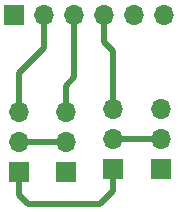
<source format=gbr>
%TF.GenerationSoftware,KiCad,Pcbnew,7.0.2*%
%TF.CreationDate,2024-03-22T08:16:18+01:00*%
%TF.ProjectId,NB_Iot,4e425f49-6f74-42e6-9b69-6361645f7063,rev?*%
%TF.SameCoordinates,Original*%
%TF.FileFunction,Copper,L1,Top*%
%TF.FilePolarity,Positive*%
%FSLAX46Y46*%
G04 Gerber Fmt 4.6, Leading zero omitted, Abs format (unit mm)*
G04 Created by KiCad (PCBNEW 7.0.2) date 2024-03-22 08:16:18*
%MOMM*%
%LPD*%
G01*
G04 APERTURE LIST*
%TA.AperFunction,ComponentPad*%
%ADD10R,1.700000X1.700000*%
%TD*%
%TA.AperFunction,ComponentPad*%
%ADD11O,1.700000X1.700000*%
%TD*%
%TA.AperFunction,Conductor*%
%ADD12C,0.500000*%
%TD*%
G04 APERTURE END LIST*
D10*
%TO.P,J4,1,Pin_1*%
%TO.N,Net-(J1-Pin_1)*%
X133000000Y-65080000D03*
D11*
%TO.P,J4,2,Pin_2*%
%TO.N,Net-(J4-Pin_2)*%
X133000000Y-62540000D03*
%TO.P,J4,3,Pin_3*%
%TO.N,Net-(J2-Pin_4)*%
X133000000Y-60000000D03*
%TD*%
D10*
%TO.P,J1,1,Pin_1*%
%TO.N,Net-(J1-Pin_1)*%
X125000000Y-65260000D03*
D11*
%TO.P,J1,2,Pin_2*%
%TO.N,Net-(J1-Pin_2)*%
X125000000Y-62720000D03*
%TO.P,J1,3,Pin_3*%
%TO.N,Net-(J1-Pin_3)*%
X125000000Y-60180000D03*
%TD*%
D10*
%TO.P,J2,1,Pin_1*%
%TO.N,Net-(J2-Pin_1)*%
X124620000Y-51990000D03*
D11*
%TO.P,J2,2,Pin_2*%
%TO.N,Net-(J1-Pin_3)*%
X127160000Y-51990000D03*
%TO.P,J2,3,Pin_3*%
%TO.N,Net-(J2-Pin_3)*%
X129700000Y-51990000D03*
%TO.P,J2,4,Pin_4*%
%TO.N,Net-(J2-Pin_4)*%
X132240000Y-51990000D03*
%TO.P,J2,5,Pin_5*%
%TO.N,unconnected-(J2-Pin_5-Pad5)*%
X134780000Y-51990000D03*
%TO.P,J2,6,Pin_6*%
%TO.N,unconnected-(J2-Pin_6-Pad6)*%
X137320000Y-51990000D03*
%TD*%
D10*
%TO.P,J5,1,Pin_1*%
%TO.N,Net-(J3-Pin_1)*%
X137000000Y-65080000D03*
D11*
%TO.P,J5,2,Pin_2*%
%TO.N,Net-(J4-Pin_2)*%
X137000000Y-62540000D03*
%TO.P,J5,3,Pin_3*%
%TO.N,Net-(J2-Pin_1)*%
X137000000Y-60000000D03*
%TD*%
D10*
%TO.P,J3,1,Pin_1*%
%TO.N,Net-(J3-Pin_1)*%
X129000000Y-65260000D03*
D11*
%TO.P,J3,2,Pin_2*%
%TO.N,Net-(J1-Pin_2)*%
X129000000Y-62720000D03*
%TO.P,J3,3,Pin_3*%
%TO.N,Net-(J2-Pin_3)*%
X129000000Y-60180000D03*
%TD*%
D12*
%TO.N,Net-(J1-Pin_1)*%
X125000000Y-67260000D02*
X125740000Y-68000000D01*
X125740000Y-68000000D02*
X131900000Y-68000000D01*
X133000000Y-66900000D02*
X133000000Y-65080000D01*
X131900000Y-68000000D02*
X133000000Y-66900000D01*
X125000000Y-65260000D02*
X125000000Y-67260000D01*
%TO.N,Net-(J1-Pin_2)*%
X125000000Y-62720000D02*
X129000000Y-62720000D01*
%TO.N,Net-(J1-Pin_3)*%
X127160000Y-54770000D02*
X125000000Y-56930000D01*
X127160000Y-51990000D02*
X127160000Y-54770000D01*
X125000000Y-56930000D02*
X125000000Y-60180000D01*
%TO.N,Net-(J2-Pin_3)*%
X129000000Y-58000000D02*
X129710000Y-57290000D01*
X129710000Y-57290000D02*
X129710000Y-52000000D01*
X129000000Y-60180000D02*
X129000000Y-58000000D01*
X129710000Y-52000000D02*
X129700000Y-51990000D01*
%TO.N,Net-(J2-Pin_4)*%
X133000000Y-57400000D02*
X132980000Y-57380000D01*
X132980000Y-55010000D02*
X132240000Y-54270000D01*
X132980000Y-57380000D02*
X132980000Y-55010000D01*
X133000000Y-60000000D02*
X133000000Y-57400000D01*
X132240000Y-54270000D02*
X132240000Y-51990000D01*
%TO.N,Net-(J4-Pin_2)*%
X133000000Y-62540000D02*
X137000000Y-62540000D01*
%TD*%
M02*

</source>
